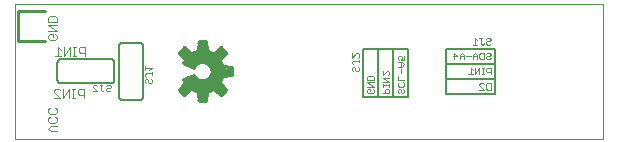
<source format=gbo>
G75*
%MOIN*%
%OFA0B0*%
%FSLAX25Y25*%
%IPPOS*%
%LPD*%
%AMOC8*
5,1,8,0,0,1.08239X$1,22.5*
%
%ADD10C,0.00000*%
%ADD11C,0.00300*%
%ADD12C,0.01000*%
%ADD13C,0.00200*%
%ADD14C,0.00800*%
%ADD15C,0.00600*%
D10*
X0042595Y0003750D02*
X0042595Y0048750D01*
X0238845Y0048750D01*
X0238845Y0003750D01*
X0042595Y0003750D01*
D11*
X0053745Y0007117D02*
X0054713Y0008085D01*
X0056648Y0008085D01*
X0056164Y0009097D02*
X0054229Y0009097D01*
X0053745Y0009580D01*
X0053745Y0010548D01*
X0054229Y0011031D01*
X0054229Y0012043D02*
X0053745Y0012527D01*
X0053745Y0013494D01*
X0054229Y0013978D01*
X0056164Y0013978D02*
X0056648Y0013494D01*
X0056648Y0012527D01*
X0056164Y0012043D01*
X0054229Y0012043D01*
X0056164Y0011031D02*
X0056648Y0010548D01*
X0056648Y0009580D01*
X0056164Y0009097D01*
X0053745Y0007117D02*
X0054713Y0006150D01*
X0056648Y0006150D01*
X0055757Y0017450D02*
X0057692Y0017450D01*
X0055757Y0019385D01*
X0055757Y0019869D01*
X0056240Y0020352D01*
X0057208Y0020352D01*
X0057692Y0019869D01*
X0058703Y0020352D02*
X0058703Y0017450D01*
X0060638Y0020352D01*
X0060638Y0017450D01*
X0061635Y0017450D02*
X0062603Y0017450D01*
X0062119Y0017450D02*
X0062119Y0020352D01*
X0062603Y0020352D02*
X0061635Y0020352D01*
X0063614Y0019869D02*
X0063614Y0018901D01*
X0064098Y0018417D01*
X0065549Y0018417D01*
X0065549Y0017450D02*
X0065549Y0020352D01*
X0064098Y0020352D01*
X0063614Y0019869D01*
X0062953Y0031450D02*
X0061985Y0031450D01*
X0062469Y0031450D02*
X0062469Y0034352D01*
X0062953Y0034352D02*
X0061985Y0034352D01*
X0060988Y0034352D02*
X0059053Y0031450D01*
X0059053Y0034352D01*
X0058042Y0033385D02*
X0057074Y0034352D01*
X0057074Y0031450D01*
X0056107Y0031450D02*
X0058042Y0031450D01*
X0060988Y0031450D02*
X0060988Y0034352D01*
X0063964Y0033869D02*
X0063964Y0032901D01*
X0064448Y0032417D01*
X0065899Y0032417D01*
X0065899Y0031450D02*
X0065899Y0034352D01*
X0064448Y0034352D01*
X0063964Y0033869D01*
X0056648Y0037134D02*
X0056164Y0036650D01*
X0054229Y0036650D01*
X0053745Y0037134D01*
X0053745Y0038101D01*
X0054229Y0038585D01*
X0055196Y0038585D01*
X0055196Y0037617D01*
X0056164Y0038585D02*
X0056648Y0038101D01*
X0056648Y0037134D01*
X0056648Y0039597D02*
X0053745Y0039597D01*
X0053745Y0041531D02*
X0056648Y0041531D01*
X0056648Y0042543D02*
X0053745Y0042543D01*
X0053745Y0043994D01*
X0054229Y0044478D01*
X0056164Y0044478D01*
X0056648Y0043994D01*
X0056648Y0042543D01*
X0056648Y0039597D02*
X0053745Y0041531D01*
D12*
X0052595Y0046250D02*
X0043845Y0046250D01*
X0043845Y0036250D01*
X0052595Y0036250D01*
X0097215Y0032407D02*
X0098938Y0034130D01*
X0101452Y0032080D01*
X0102464Y0032602D01*
X0103549Y0032949D01*
X0103877Y0036176D01*
X0106314Y0036176D01*
X0106642Y0032949D01*
X0107726Y0032602D01*
X0108738Y0032080D01*
X0111252Y0034130D01*
X0112975Y0032407D01*
X0110925Y0029893D01*
X0111447Y0028881D01*
X0111794Y0027796D01*
X0115021Y0027469D01*
X0115021Y0025031D01*
X0111794Y0024704D01*
X0111447Y0023619D01*
X0110925Y0022607D01*
X0112975Y0020093D01*
X0111252Y0018370D01*
X0108738Y0020420D01*
X0107726Y0019898D01*
X0106642Y0019551D01*
X0106314Y0016324D01*
X0103877Y0016324D01*
X0103549Y0019551D01*
X0102464Y0019898D01*
X0101452Y0020420D01*
X0098938Y0018370D01*
X0097215Y0020093D01*
X0099265Y0022607D01*
X0098743Y0023619D01*
X0102208Y0025054D01*
X0102497Y0024514D01*
X0102885Y0024040D01*
X0103359Y0023651D01*
X0103899Y0023363D01*
X0104485Y0023185D01*
X0105095Y0023125D01*
X0105733Y0023191D01*
X0106345Y0023386D01*
X0106903Y0023701D01*
X0107386Y0024124D01*
X0107772Y0024637D01*
X0108044Y0025218D01*
X0108193Y0025842D01*
X0108211Y0026483D01*
X0108098Y0027115D01*
X0107858Y0027710D01*
X0107501Y0028244D01*
X0107043Y0028693D01*
X0106503Y0029040D01*
X0105904Y0029268D01*
X0105270Y0029370D01*
X0104629Y0029340D01*
X0104008Y0029180D01*
X0103432Y0028896D01*
X0102927Y0028501D01*
X0102513Y0028010D01*
X0102208Y0027446D01*
X0098743Y0028881D01*
X0099265Y0029893D01*
X0097215Y0032407D01*
X0098938Y0034130D01*
X0101452Y0032080D01*
X0100684Y0032707D02*
X0097515Y0032707D01*
X0097215Y0032407D02*
X0099265Y0029893D01*
X0099171Y0029711D02*
X0111019Y0029711D01*
X0110925Y0029893D02*
X0112975Y0032407D01*
X0111252Y0034130D01*
X0108738Y0032080D01*
X0109507Y0032707D02*
X0112675Y0032707D01*
X0112406Y0031708D02*
X0097785Y0031708D01*
X0098599Y0030710D02*
X0111591Y0030710D01*
X0111501Y0028713D02*
X0107012Y0028713D01*
X0107855Y0027714D02*
X0112603Y0027714D01*
X0111794Y0027796D02*
X0115021Y0027469D01*
X0115021Y0025031D01*
X0111794Y0024704D01*
X0111943Y0024719D02*
X0107810Y0024719D01*
X0108163Y0025717D02*
X0115021Y0025717D01*
X0115021Y0026716D02*
X0108169Y0026716D01*
X0108738Y0020420D02*
X0108599Y0020335D01*
X0108458Y0020254D01*
X0108315Y0020176D01*
X0108170Y0020101D01*
X0108024Y0020030D01*
X0107876Y0019962D01*
X0107726Y0019898D01*
X0107575Y0019838D01*
X0107422Y0019781D01*
X0107268Y0019728D01*
X0107113Y0019678D01*
X0106957Y0019632D01*
X0106800Y0019590D01*
X0106641Y0019551D01*
X0106642Y0019551D02*
X0106314Y0016324D01*
X0103877Y0016324D01*
X0103549Y0019551D01*
X0103002Y0019726D02*
X0107188Y0019726D01*
X0106558Y0018728D02*
X0103632Y0018728D01*
X0103734Y0017729D02*
X0106456Y0017729D01*
X0106355Y0016731D02*
X0103835Y0016731D01*
X0101452Y0020420D02*
X0098938Y0018370D01*
X0097215Y0020093D01*
X0099265Y0022607D01*
X0099206Y0022722D02*
X0110985Y0022722D01*
X0110925Y0022607D02*
X0112975Y0020093D01*
X0111252Y0018370D01*
X0108738Y0020420D01*
X0109589Y0019726D02*
X0112608Y0019726D01*
X0112460Y0020725D02*
X0097730Y0020725D01*
X0097582Y0019726D02*
X0100601Y0019726D01*
X0099377Y0018728D02*
X0098581Y0018728D01*
X0098544Y0021723D02*
X0111646Y0021723D01*
X0111479Y0023720D02*
X0106925Y0023720D01*
X0103275Y0023720D02*
X0098988Y0023720D01*
X0098743Y0023619D02*
X0102208Y0025054D01*
X0102387Y0024719D02*
X0101398Y0024719D01*
X0098743Y0028881D02*
X0098807Y0029030D01*
X0098875Y0029178D01*
X0098946Y0029325D01*
X0099021Y0029470D01*
X0099099Y0029613D01*
X0099180Y0029754D01*
X0099265Y0029893D01*
X0098743Y0028881D02*
X0102208Y0027446D01*
X0102353Y0027714D02*
X0101560Y0027714D01*
X0103198Y0028713D02*
X0099150Y0028713D01*
X0098743Y0023619D02*
X0098807Y0023470D01*
X0098875Y0023322D01*
X0098946Y0023175D01*
X0099021Y0023030D01*
X0099099Y0022887D01*
X0099180Y0022746D01*
X0099265Y0022607D01*
X0102208Y0025054D02*
X0102251Y0024955D01*
X0102298Y0024857D01*
X0102347Y0024761D01*
X0102401Y0024667D01*
X0102457Y0024574D01*
X0102517Y0024484D01*
X0102580Y0024396D01*
X0102645Y0024310D01*
X0102714Y0024226D01*
X0102786Y0024145D01*
X0102860Y0024066D01*
X0102937Y0023990D01*
X0103017Y0023916D01*
X0103099Y0023846D01*
X0103183Y0023778D01*
X0103270Y0023713D01*
X0103359Y0023652D01*
X0103450Y0023593D01*
X0103543Y0023538D01*
X0103638Y0023485D01*
X0103735Y0023437D01*
X0103833Y0023391D01*
X0103933Y0023349D01*
X0104034Y0023311D01*
X0104136Y0023276D01*
X0104240Y0023244D01*
X0104345Y0023216D01*
X0104450Y0023192D01*
X0104557Y0023172D01*
X0104664Y0023155D01*
X0104771Y0023142D01*
X0104879Y0023132D01*
X0104987Y0023127D01*
X0105095Y0023125D01*
X0105207Y0023127D01*
X0105318Y0023133D01*
X0105429Y0023143D01*
X0105540Y0023157D01*
X0105650Y0023175D01*
X0105760Y0023196D01*
X0105868Y0023222D01*
X0105976Y0023252D01*
X0106082Y0023285D01*
X0106187Y0023322D01*
X0106291Y0023363D01*
X0106393Y0023408D01*
X0106494Y0023456D01*
X0106593Y0023507D01*
X0106690Y0023563D01*
X0106785Y0023621D01*
X0106877Y0023683D01*
X0106968Y0023748D01*
X0107056Y0023817D01*
X0107142Y0023888D01*
X0107225Y0023963D01*
X0107305Y0024040D01*
X0107382Y0024121D01*
X0107457Y0024204D01*
X0107528Y0024289D01*
X0107597Y0024377D01*
X0107662Y0024468D01*
X0107724Y0024561D01*
X0107783Y0024656D01*
X0107838Y0024753D01*
X0107890Y0024851D01*
X0107938Y0024952D01*
X0107982Y0025054D01*
X0108023Y0025158D01*
X0108060Y0025263D01*
X0108093Y0025370D01*
X0108123Y0025477D01*
X0108149Y0025586D01*
X0108170Y0025695D01*
X0108188Y0025805D01*
X0108202Y0025916D01*
X0108212Y0026027D01*
X0108218Y0026139D01*
X0108220Y0026250D01*
X0108218Y0026362D01*
X0108212Y0026473D01*
X0108202Y0026584D01*
X0108188Y0026695D01*
X0108170Y0026805D01*
X0108149Y0026914D01*
X0108123Y0027023D01*
X0108093Y0027130D01*
X0108060Y0027237D01*
X0108023Y0027342D01*
X0107982Y0027446D01*
X0107938Y0027548D01*
X0107889Y0027649D01*
X0107838Y0027748D01*
X0107783Y0027845D01*
X0107724Y0027940D01*
X0107662Y0028032D01*
X0107597Y0028123D01*
X0107528Y0028211D01*
X0107457Y0028296D01*
X0107382Y0028379D01*
X0107305Y0028460D01*
X0107224Y0028537D01*
X0107141Y0028612D01*
X0107056Y0028683D01*
X0106968Y0028752D01*
X0106877Y0028817D01*
X0106785Y0028879D01*
X0106690Y0028938D01*
X0106593Y0028993D01*
X0106494Y0029044D01*
X0106393Y0029093D01*
X0106291Y0029137D01*
X0106187Y0029178D01*
X0106082Y0029215D01*
X0105976Y0029248D01*
X0105868Y0029278D01*
X0105759Y0029304D01*
X0105650Y0029325D01*
X0105540Y0029343D01*
X0105429Y0029357D01*
X0105318Y0029367D01*
X0105207Y0029373D01*
X0105095Y0029375D01*
X0104984Y0029373D01*
X0104872Y0029367D01*
X0104761Y0029357D01*
X0104650Y0029343D01*
X0104540Y0029325D01*
X0104431Y0029304D01*
X0104322Y0029278D01*
X0104215Y0029248D01*
X0104108Y0029215D01*
X0104003Y0029178D01*
X0103899Y0029137D01*
X0103797Y0029093D01*
X0103696Y0029045D01*
X0103598Y0028993D01*
X0103501Y0028938D01*
X0103406Y0028879D01*
X0103313Y0028817D01*
X0103222Y0028752D01*
X0103134Y0028683D01*
X0103049Y0028612D01*
X0102966Y0028537D01*
X0102886Y0028460D01*
X0102808Y0028380D01*
X0102733Y0028297D01*
X0102662Y0028211D01*
X0102594Y0028123D01*
X0102528Y0028033D01*
X0102466Y0027940D01*
X0102408Y0027845D01*
X0102352Y0027748D01*
X0102301Y0027649D01*
X0102253Y0027548D01*
X0102208Y0027446D01*
X0101452Y0020420D02*
X0101591Y0020335D01*
X0101732Y0020254D01*
X0101875Y0020176D01*
X0102020Y0020101D01*
X0102166Y0020030D01*
X0102314Y0019962D01*
X0102464Y0019898D01*
X0102615Y0019838D01*
X0102768Y0019781D01*
X0102922Y0019728D01*
X0103077Y0019678D01*
X0103233Y0019632D01*
X0103390Y0019590D01*
X0103549Y0019551D01*
X0110813Y0018728D02*
X0111609Y0018728D01*
X0110925Y0022607D02*
X0111010Y0022746D01*
X0111091Y0022887D01*
X0111169Y0023030D01*
X0111244Y0023175D01*
X0111315Y0023321D01*
X0111383Y0023469D01*
X0111447Y0023619D01*
X0111507Y0023770D01*
X0111564Y0023923D01*
X0111617Y0024077D01*
X0111667Y0024232D01*
X0111713Y0024388D01*
X0111755Y0024545D01*
X0111794Y0024704D01*
X0108738Y0032080D02*
X0108599Y0032165D01*
X0108458Y0032246D01*
X0108315Y0032324D01*
X0108170Y0032399D01*
X0108024Y0032470D01*
X0107876Y0032538D01*
X0107726Y0032602D01*
X0107575Y0032662D01*
X0107422Y0032719D01*
X0107268Y0032772D01*
X0107113Y0032822D01*
X0106957Y0032868D01*
X0106800Y0032910D01*
X0106641Y0032949D01*
X0106642Y0032949D02*
X0106314Y0036176D01*
X0103877Y0036176D01*
X0103549Y0032949D01*
X0103626Y0033705D02*
X0106565Y0033705D01*
X0106463Y0034704D02*
X0103727Y0034704D01*
X0103829Y0035702D02*
X0106362Y0035702D01*
X0110731Y0033705D02*
X0111676Y0033705D01*
X0107398Y0032707D02*
X0102793Y0032707D01*
X0099459Y0033705D02*
X0098514Y0033705D01*
X0110925Y0029893D02*
X0111010Y0029754D01*
X0111091Y0029613D01*
X0111169Y0029470D01*
X0111244Y0029325D01*
X0111315Y0029179D01*
X0111383Y0029031D01*
X0111447Y0028881D01*
X0111507Y0028730D01*
X0111564Y0028577D01*
X0111617Y0028423D01*
X0111667Y0028268D01*
X0111713Y0028112D01*
X0111755Y0027955D01*
X0111794Y0027796D01*
X0103549Y0032949D02*
X0103390Y0032910D01*
X0103233Y0032868D01*
X0103077Y0032822D01*
X0102922Y0032772D01*
X0102768Y0032719D01*
X0102615Y0032662D01*
X0102464Y0032602D01*
X0102314Y0032538D01*
X0102166Y0032470D01*
X0102020Y0032399D01*
X0101875Y0032324D01*
X0101732Y0032246D01*
X0101591Y0032165D01*
X0101452Y0032080D01*
D13*
X0088247Y0027324D02*
X0086045Y0027324D01*
X0086045Y0026590D02*
X0086045Y0028058D01*
X0087513Y0026590D02*
X0088247Y0027324D01*
X0088247Y0025848D02*
X0088247Y0025114D01*
X0088247Y0025481D02*
X0086412Y0025481D01*
X0086045Y0025114D01*
X0086045Y0024747D01*
X0086412Y0024380D01*
X0086412Y0023638D02*
X0086045Y0023271D01*
X0086045Y0022537D01*
X0086412Y0022170D01*
X0087146Y0022537D02*
X0087513Y0022170D01*
X0087880Y0022170D01*
X0088247Y0022537D01*
X0088247Y0023271D01*
X0087880Y0023638D01*
X0087146Y0023271D02*
X0086779Y0023638D01*
X0086412Y0023638D01*
X0087146Y0023271D02*
X0087146Y0022537D01*
X0074595Y0021335D02*
X0074595Y0020968D01*
X0074228Y0020601D01*
X0073494Y0020601D01*
X0073127Y0020234D01*
X0073127Y0019867D01*
X0073494Y0019500D01*
X0074228Y0019500D01*
X0074595Y0019867D01*
X0072385Y0019867D02*
X0072018Y0019500D01*
X0071651Y0019500D01*
X0071284Y0019867D01*
X0071284Y0021702D01*
X0071651Y0021702D02*
X0070917Y0021702D01*
X0070175Y0021335D02*
X0069808Y0021702D01*
X0069074Y0021702D01*
X0068707Y0021335D01*
X0068707Y0020968D01*
X0070175Y0019500D01*
X0068707Y0019500D01*
X0073127Y0021335D02*
X0073494Y0021702D01*
X0074228Y0021702D01*
X0074595Y0021335D01*
X0155045Y0026667D02*
X0155412Y0026300D01*
X0155045Y0026667D02*
X0155045Y0027401D01*
X0155412Y0027768D01*
X0155779Y0027768D01*
X0156146Y0027401D01*
X0156146Y0026667D01*
X0156513Y0026300D01*
X0156880Y0026300D01*
X0157247Y0026667D01*
X0157247Y0027401D01*
X0156880Y0027768D01*
X0157247Y0029244D02*
X0157247Y0029978D01*
X0157247Y0029611D02*
X0155412Y0029611D01*
X0155045Y0029244D01*
X0155045Y0028877D01*
X0155412Y0028510D01*
X0155045Y0030720D02*
X0156513Y0032188D01*
X0156880Y0032188D01*
X0157247Y0031821D01*
X0157247Y0031087D01*
X0156880Y0030720D01*
X0155045Y0030720D02*
X0155045Y0032188D01*
X0170245Y0031050D02*
X0170245Y0030316D01*
X0170612Y0029949D01*
X0171346Y0029949D02*
X0171713Y0030683D01*
X0171713Y0031050D01*
X0171346Y0031417D01*
X0170612Y0031417D01*
X0170245Y0031050D01*
X0171346Y0029949D02*
X0172447Y0029949D01*
X0172447Y0031417D01*
X0171713Y0029207D02*
X0170245Y0029207D01*
X0171346Y0029207D02*
X0171346Y0027740D01*
X0171713Y0027740D02*
X0172447Y0028473D01*
X0171713Y0029207D01*
X0171713Y0027740D02*
X0170245Y0027740D01*
X0171346Y0026998D02*
X0171346Y0025530D01*
X0170245Y0024788D02*
X0170245Y0023320D01*
X0172447Y0023320D01*
X0172080Y0022578D02*
X0172447Y0022211D01*
X0172447Y0021477D01*
X0172080Y0021110D01*
X0170612Y0021110D01*
X0170245Y0021477D01*
X0170245Y0022211D01*
X0170612Y0022578D01*
X0167447Y0022583D02*
X0165245Y0024051D01*
X0167447Y0024051D01*
X0167080Y0024793D02*
X0167447Y0025160D01*
X0167447Y0025894D01*
X0167080Y0026261D01*
X0166713Y0026261D01*
X0165245Y0024793D01*
X0165245Y0026261D01*
X0162247Y0024321D02*
X0161880Y0024688D01*
X0160412Y0024688D01*
X0160045Y0024321D01*
X0160045Y0023220D01*
X0162247Y0023220D01*
X0162247Y0024321D01*
X0162247Y0022478D02*
X0160045Y0022478D01*
X0162247Y0021010D01*
X0160045Y0021010D01*
X0160412Y0020268D02*
X0161146Y0020268D01*
X0161146Y0019534D01*
X0160412Y0020268D02*
X0160045Y0019901D01*
X0160045Y0019167D01*
X0160412Y0018800D01*
X0161880Y0018800D01*
X0162247Y0019167D01*
X0162247Y0019901D01*
X0161880Y0020268D01*
X0165245Y0021110D02*
X0165245Y0021844D01*
X0165245Y0021477D02*
X0167447Y0021477D01*
X0167447Y0021110D02*
X0167447Y0021844D01*
X0167447Y0022583D02*
X0165245Y0022583D01*
X0166346Y0020368D02*
X0165979Y0020001D01*
X0165979Y0018900D01*
X0165245Y0018900D02*
X0167447Y0018900D01*
X0167447Y0020001D01*
X0167080Y0020368D01*
X0166346Y0020368D01*
X0170245Y0020001D02*
X0170245Y0019267D01*
X0170612Y0018900D01*
X0171346Y0019267D02*
X0171713Y0018900D01*
X0172080Y0018900D01*
X0172447Y0019267D01*
X0172447Y0020001D01*
X0172080Y0020368D01*
X0171346Y0020001D02*
X0170979Y0020368D01*
X0170612Y0020368D01*
X0170245Y0020001D01*
X0171346Y0020001D02*
X0171346Y0019267D01*
X0193834Y0025150D02*
X0195302Y0025150D01*
X0194568Y0025150D02*
X0194568Y0027352D01*
X0195302Y0026618D01*
X0196044Y0027352D02*
X0196044Y0025150D01*
X0197512Y0027352D01*
X0197512Y0025150D01*
X0198251Y0025150D02*
X0198985Y0025150D01*
X0198618Y0025150D02*
X0198618Y0027352D01*
X0198985Y0027352D02*
X0198251Y0027352D01*
X0199727Y0026985D02*
X0199727Y0026251D01*
X0200094Y0025884D01*
X0201195Y0025884D01*
X0201195Y0025150D02*
X0201195Y0027352D01*
X0200094Y0027352D01*
X0199727Y0026985D01*
X0200094Y0030150D02*
X0200828Y0030150D01*
X0201195Y0030517D01*
X0200828Y0031251D02*
X0200094Y0031251D01*
X0199727Y0030884D01*
X0199727Y0030517D01*
X0200094Y0030150D01*
X0198985Y0030150D02*
X0197884Y0030150D01*
X0197517Y0030517D01*
X0197517Y0031985D01*
X0197884Y0032352D01*
X0198985Y0032352D01*
X0198985Y0030150D01*
X0200828Y0031251D02*
X0201195Y0031618D01*
X0201195Y0031985D01*
X0200828Y0032352D01*
X0200094Y0032352D01*
X0199727Y0031985D01*
X0196775Y0031618D02*
X0196041Y0032352D01*
X0195307Y0031618D01*
X0195307Y0030150D01*
X0195307Y0031251D02*
X0196775Y0031251D01*
X0196775Y0031618D02*
X0196775Y0030150D01*
X0194566Y0031251D02*
X0193098Y0031251D01*
X0192356Y0031251D02*
X0190888Y0031251D01*
X0190888Y0031618D02*
X0190888Y0030150D01*
X0190146Y0031251D02*
X0188678Y0031251D01*
X0189045Y0032352D02*
X0190146Y0031251D01*
X0190888Y0031618D02*
X0191622Y0032352D01*
X0192356Y0031618D01*
X0192356Y0030150D01*
X0189045Y0030150D02*
X0189045Y0032352D01*
X0195307Y0035100D02*
X0196775Y0035100D01*
X0196041Y0035100D02*
X0196041Y0037302D01*
X0196775Y0036568D01*
X0197517Y0037302D02*
X0198251Y0037302D01*
X0197884Y0037302D02*
X0197884Y0035467D01*
X0198251Y0035100D01*
X0198618Y0035100D01*
X0198985Y0035467D01*
X0199727Y0035467D02*
X0199727Y0035834D01*
X0200094Y0036201D01*
X0200828Y0036201D01*
X0201195Y0036568D01*
X0201195Y0036935D01*
X0200828Y0037302D01*
X0200094Y0037302D01*
X0199727Y0036935D01*
X0199727Y0035467D02*
X0200094Y0035100D01*
X0200828Y0035100D01*
X0201195Y0035467D01*
X0201195Y0022302D02*
X0200094Y0022302D01*
X0199727Y0021935D01*
X0199727Y0020467D01*
X0200094Y0020100D01*
X0201195Y0020100D01*
X0201195Y0022302D01*
X0198985Y0021935D02*
X0198618Y0022302D01*
X0197884Y0022302D01*
X0197517Y0021935D01*
X0197517Y0021568D01*
X0198985Y0020100D01*
X0197517Y0020100D01*
D14*
X0202595Y0018750D02*
X0186345Y0018750D01*
X0186345Y0023750D01*
X0202595Y0023750D01*
X0202595Y0018750D01*
X0202595Y0023750D02*
X0202595Y0028750D01*
X0186345Y0028750D01*
X0186345Y0033750D01*
X0202595Y0033750D01*
X0202595Y0028750D01*
X0186345Y0028750D02*
X0186345Y0023750D01*
X0173845Y0017500D02*
X0168845Y0017500D01*
X0168845Y0033750D01*
X0163845Y0033750D01*
X0163845Y0017500D01*
X0168845Y0017500D01*
X0163845Y0017500D02*
X0158845Y0017500D01*
X0158845Y0033750D01*
X0163845Y0033750D01*
X0168845Y0033750D02*
X0173845Y0033750D01*
X0173845Y0017500D01*
D15*
X0085345Y0017750D02*
X0085345Y0034750D01*
X0085343Y0034810D01*
X0085338Y0034871D01*
X0085329Y0034930D01*
X0085316Y0034989D01*
X0085300Y0035048D01*
X0085280Y0035105D01*
X0085257Y0035160D01*
X0085230Y0035215D01*
X0085201Y0035267D01*
X0085168Y0035318D01*
X0085132Y0035367D01*
X0085094Y0035413D01*
X0085052Y0035457D01*
X0085008Y0035499D01*
X0084962Y0035537D01*
X0084913Y0035573D01*
X0084862Y0035606D01*
X0084810Y0035635D01*
X0084755Y0035662D01*
X0084700Y0035685D01*
X0084643Y0035705D01*
X0084584Y0035721D01*
X0084525Y0035734D01*
X0084466Y0035743D01*
X0084405Y0035748D01*
X0084345Y0035750D01*
X0078345Y0035750D01*
X0078285Y0035748D01*
X0078224Y0035743D01*
X0078165Y0035734D01*
X0078106Y0035721D01*
X0078047Y0035705D01*
X0077990Y0035685D01*
X0077935Y0035662D01*
X0077880Y0035635D01*
X0077828Y0035606D01*
X0077777Y0035573D01*
X0077728Y0035537D01*
X0077682Y0035499D01*
X0077638Y0035457D01*
X0077596Y0035413D01*
X0077558Y0035367D01*
X0077522Y0035318D01*
X0077489Y0035267D01*
X0077460Y0035215D01*
X0077433Y0035160D01*
X0077410Y0035105D01*
X0077390Y0035048D01*
X0077374Y0034989D01*
X0077361Y0034930D01*
X0077352Y0034871D01*
X0077347Y0034810D01*
X0077345Y0034750D01*
X0077345Y0017750D01*
X0077347Y0017690D01*
X0077352Y0017629D01*
X0077361Y0017570D01*
X0077374Y0017511D01*
X0077390Y0017452D01*
X0077410Y0017395D01*
X0077433Y0017340D01*
X0077460Y0017285D01*
X0077489Y0017233D01*
X0077522Y0017182D01*
X0077558Y0017133D01*
X0077596Y0017087D01*
X0077638Y0017043D01*
X0077682Y0017001D01*
X0077728Y0016963D01*
X0077777Y0016927D01*
X0077828Y0016894D01*
X0077880Y0016865D01*
X0077935Y0016838D01*
X0077990Y0016815D01*
X0078047Y0016795D01*
X0078106Y0016779D01*
X0078165Y0016766D01*
X0078224Y0016757D01*
X0078285Y0016752D01*
X0078345Y0016750D01*
X0084345Y0016750D01*
X0084405Y0016752D01*
X0084466Y0016757D01*
X0084525Y0016766D01*
X0084584Y0016779D01*
X0084643Y0016795D01*
X0084700Y0016815D01*
X0084755Y0016838D01*
X0084810Y0016865D01*
X0084862Y0016894D01*
X0084913Y0016927D01*
X0084962Y0016963D01*
X0085008Y0017001D01*
X0085052Y0017043D01*
X0085094Y0017087D01*
X0085132Y0017133D01*
X0085168Y0017182D01*
X0085201Y0017233D01*
X0085230Y0017285D01*
X0085257Y0017340D01*
X0085280Y0017395D01*
X0085300Y0017452D01*
X0085316Y0017511D01*
X0085329Y0017570D01*
X0085338Y0017629D01*
X0085343Y0017690D01*
X0085345Y0017750D01*
X0074845Y0022250D02*
X0057845Y0022250D01*
X0057785Y0022252D01*
X0057724Y0022257D01*
X0057665Y0022266D01*
X0057606Y0022279D01*
X0057547Y0022295D01*
X0057490Y0022315D01*
X0057435Y0022338D01*
X0057380Y0022365D01*
X0057328Y0022394D01*
X0057277Y0022427D01*
X0057228Y0022463D01*
X0057182Y0022501D01*
X0057138Y0022543D01*
X0057096Y0022587D01*
X0057058Y0022633D01*
X0057022Y0022682D01*
X0056989Y0022733D01*
X0056960Y0022785D01*
X0056933Y0022840D01*
X0056910Y0022895D01*
X0056890Y0022952D01*
X0056874Y0023011D01*
X0056861Y0023070D01*
X0056852Y0023129D01*
X0056847Y0023190D01*
X0056845Y0023250D01*
X0056845Y0029250D01*
X0056847Y0029310D01*
X0056852Y0029371D01*
X0056861Y0029430D01*
X0056874Y0029489D01*
X0056890Y0029548D01*
X0056910Y0029605D01*
X0056933Y0029660D01*
X0056960Y0029715D01*
X0056989Y0029767D01*
X0057022Y0029818D01*
X0057058Y0029867D01*
X0057096Y0029913D01*
X0057138Y0029957D01*
X0057182Y0029999D01*
X0057228Y0030037D01*
X0057277Y0030073D01*
X0057328Y0030106D01*
X0057380Y0030135D01*
X0057435Y0030162D01*
X0057490Y0030185D01*
X0057547Y0030205D01*
X0057606Y0030221D01*
X0057665Y0030234D01*
X0057724Y0030243D01*
X0057785Y0030248D01*
X0057845Y0030250D01*
X0074845Y0030250D01*
X0074905Y0030248D01*
X0074966Y0030243D01*
X0075025Y0030234D01*
X0075084Y0030221D01*
X0075143Y0030205D01*
X0075200Y0030185D01*
X0075255Y0030162D01*
X0075310Y0030135D01*
X0075362Y0030106D01*
X0075413Y0030073D01*
X0075462Y0030037D01*
X0075508Y0029999D01*
X0075552Y0029957D01*
X0075594Y0029913D01*
X0075632Y0029867D01*
X0075668Y0029818D01*
X0075701Y0029767D01*
X0075730Y0029715D01*
X0075757Y0029660D01*
X0075780Y0029605D01*
X0075800Y0029548D01*
X0075816Y0029489D01*
X0075829Y0029430D01*
X0075838Y0029371D01*
X0075843Y0029310D01*
X0075845Y0029250D01*
X0075845Y0023250D01*
X0075843Y0023190D01*
X0075838Y0023129D01*
X0075829Y0023070D01*
X0075816Y0023011D01*
X0075800Y0022952D01*
X0075780Y0022895D01*
X0075757Y0022840D01*
X0075730Y0022785D01*
X0075701Y0022733D01*
X0075668Y0022682D01*
X0075632Y0022633D01*
X0075594Y0022587D01*
X0075552Y0022543D01*
X0075508Y0022501D01*
X0075462Y0022463D01*
X0075413Y0022427D01*
X0075362Y0022394D01*
X0075310Y0022365D01*
X0075255Y0022338D01*
X0075200Y0022315D01*
X0075143Y0022295D01*
X0075084Y0022279D01*
X0075025Y0022266D01*
X0074966Y0022257D01*
X0074905Y0022252D01*
X0074845Y0022250D01*
M02*

</source>
